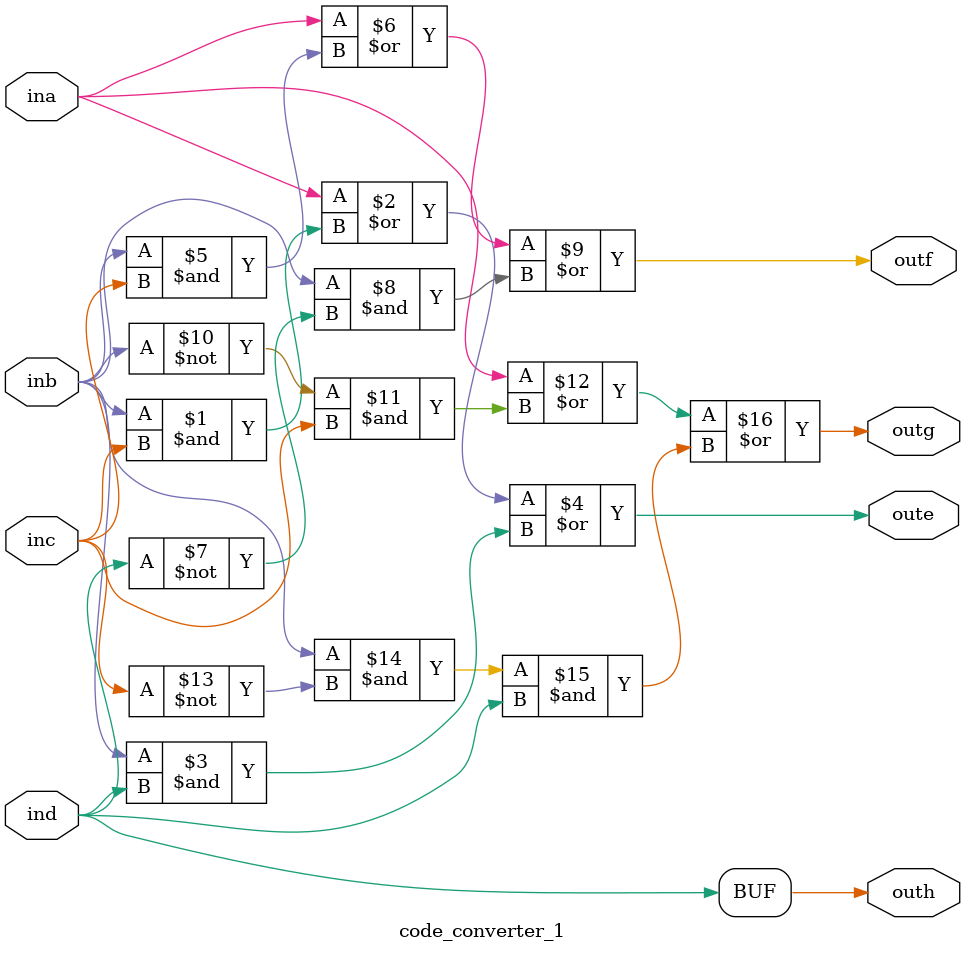
<source format=v>
`timescale 1ns / 1ps

module code_converter_1(
    input ina, inb, inc, ind,
    output oute, outf, outg, outh
);

assign oute = ina | (inb & inc) | (inb & ind);
assign outf = ina | (inb & inc) | (inb & (~ind));
assign outg = ina | ((~inb) & inc) | (inb & (~inc) & ind);
assign outh = ind;

endmodule
</source>
